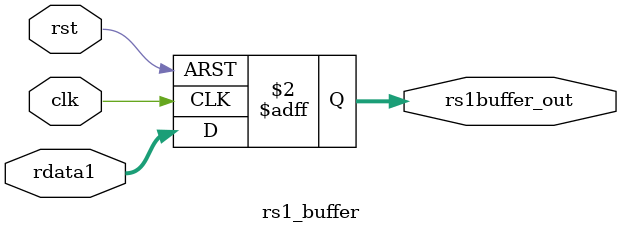
<source format=sv>
/*
 * Author: A.G. Hasan Zarook
 * University: University of Engineering and Technology, Lahore
 * Project: RISCV Pipeline Architecture
 * Date: 11th December 2024
 */
module rs1_buffer
(
    input  logic        clk,
    input  logic        rst,
    input  logic [31:0] rdata1,     // Input from register file (rdata1)
    output logic [31:0] rs1buffer_out     // Output to MUX_to_ALUa
);
    always_ff @(posedge clk or posedge rst)
    begin
        if (rst)
            rs1buffer_out <= 32'b0;       // Reset value
        else
            rs1buffer_out <= rdata1;      // Store rdata1
    end
endmodule
</source>
